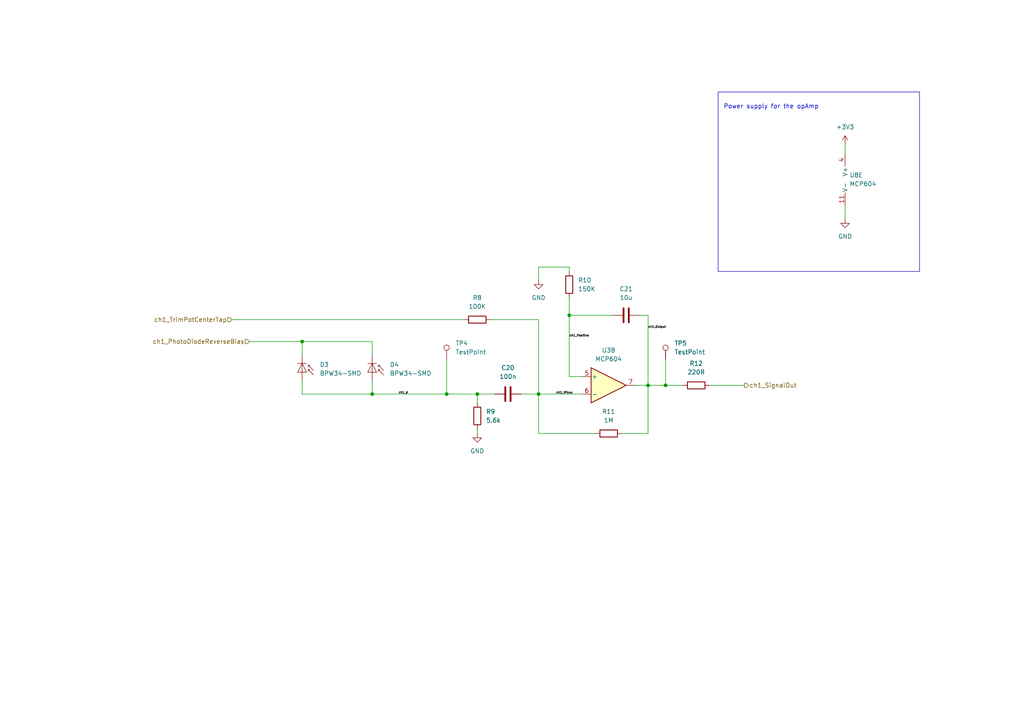
<source format=kicad_sch>
(kicad_sch (version 20230121) (generator eeschema)

  (uuid 57afbd04-11f7-49d9-9bd2-4a81263cc973)

  (paper "A4")

  (title_block
    (title "ElectronicBLETarget")
    (date "2024-02-03")
    (rev "1")
  )

  (lib_symbols
    (symbol "Amplifier_Operational:MCP604" (pin_names (offset 0.127)) (in_bom yes) (on_board yes)
      (property "Reference" "U" (at 0 5.08 0)
        (effects (font (size 1.27 1.27)) (justify left))
      )
      (property "Value" "MCP604" (at 0 -5.08 0)
        (effects (font (size 1.27 1.27)) (justify left))
      )
      (property "Footprint" "" (at -1.27 2.54 0)
        (effects (font (size 1.27 1.27)) hide)
      )
      (property "Datasheet" "http://ww1.microchip.com/downloads/en/DeviceDoc/21314g.pdf" (at 1.27 5.08 0)
        (effects (font (size 1.27 1.27)) hide)
      )
      (property "ki_locked" "" (at 0 0 0)
        (effects (font (size 1.27 1.27)))
      )
      (property "ki_keywords" "quad opamp" (at 0 0 0)
        (effects (font (size 1.27 1.27)) hide)
      )
      (property "ki_description" "Quad 2.7V to 6.0V Single Supply CMOS Op Amps, DIP-14/SOIC-14/TSSOP-14" (at 0 0 0)
        (effects (font (size 1.27 1.27)) hide)
      )
      (property "ki_fp_filters" "SOIC*3.9x8.7mm*P1.27mm* DIP*W7.62mm* TSSOP*4.4x5mm*P0.65mm* SSOP*5.3x6.2mm*P0.65mm* MSOP*3x3mm*P0.5mm*" (at 0 0 0)
        (effects (font (size 1.27 1.27)) hide)
      )
      (symbol "MCP604_1_1"
        (polyline
          (pts
            (xy -5.08 5.08)
            (xy 5.08 0)
            (xy -5.08 -5.08)
            (xy -5.08 5.08)
          )
          (stroke (width 0.254) (type default))
          (fill (type background))
        )
        (pin output line (at 7.62 0 180) (length 2.54)
          (name "~" (effects (font (size 1.27 1.27))))
          (number "1" (effects (font (size 1.27 1.27))))
        )
        (pin input line (at -7.62 -2.54 0) (length 2.54)
          (name "-" (effects (font (size 1.27 1.27))))
          (number "2" (effects (font (size 1.27 1.27))))
        )
        (pin input line (at -7.62 2.54 0) (length 2.54)
          (name "+" (effects (font (size 1.27 1.27))))
          (number "3" (effects (font (size 1.27 1.27))))
        )
      )
      (symbol "MCP604_2_1"
        (polyline
          (pts
            (xy -5.08 5.08)
            (xy 5.08 0)
            (xy -5.08 -5.08)
            (xy -5.08 5.08)
          )
          (stroke (width 0.254) (type default))
          (fill (type background))
        )
        (pin input line (at -7.62 2.54 0) (length 2.54)
          (name "+" (effects (font (size 1.27 1.27))))
          (number "5" (effects (font (size 1.27 1.27))))
        )
        (pin input line (at -7.62 -2.54 0) (length 2.54)
          (name "-" (effects (font (size 1.27 1.27))))
          (number "6" (effects (font (size 1.27 1.27))))
        )
        (pin output line (at 7.62 0 180) (length 2.54)
          (name "~" (effects (font (size 1.27 1.27))))
          (number "7" (effects (font (size 1.27 1.27))))
        )
      )
      (symbol "MCP604_3_1"
        (polyline
          (pts
            (xy -5.08 5.08)
            (xy 5.08 0)
            (xy -5.08 -5.08)
            (xy -5.08 5.08)
          )
          (stroke (width 0.254) (type default))
          (fill (type background))
        )
        (pin input line (at -7.62 2.54 0) (length 2.54)
          (name "+" (effects (font (size 1.27 1.27))))
          (number "10" (effects (font (size 1.27 1.27))))
        )
        (pin output line (at 7.62 0 180) (length 2.54)
          (name "~" (effects (font (size 1.27 1.27))))
          (number "8" (effects (font (size 1.27 1.27))))
        )
        (pin input line (at -7.62 -2.54 0) (length 2.54)
          (name "-" (effects (font (size 1.27 1.27))))
          (number "9" (effects (font (size 1.27 1.27))))
        )
      )
      (symbol "MCP604_4_1"
        (polyline
          (pts
            (xy -5.08 5.08)
            (xy 5.08 0)
            (xy -5.08 -5.08)
            (xy -5.08 5.08)
          )
          (stroke (width 0.254) (type default))
          (fill (type background))
        )
        (pin input line (at -7.62 2.54 0) (length 2.54)
          (name "+" (effects (font (size 1.27 1.27))))
          (number "12" (effects (font (size 1.27 1.27))))
        )
        (pin input line (at -7.62 -2.54 0) (length 2.54)
          (name "-" (effects (font (size 1.27 1.27))))
          (number "13" (effects (font (size 1.27 1.27))))
        )
        (pin output line (at 7.62 0 180) (length 2.54)
          (name "~" (effects (font (size 1.27 1.27))))
          (number "14" (effects (font (size 1.27 1.27))))
        )
      )
      (symbol "MCP604_5_1"
        (pin power_in line (at -2.54 -7.62 90) (length 3.81)
          (name "V-" (effects (font (size 1.27 1.27))))
          (number "11" (effects (font (size 1.27 1.27))))
        )
        (pin power_in line (at -2.54 7.62 270) (length 3.81)
          (name "V+" (effects (font (size 1.27 1.27))))
          (number "4" (effects (font (size 1.27 1.27))))
        )
      )
    )
    (symbol "Connector:TestPoint" (pin_numbers hide) (pin_names (offset 0.762) hide) (in_bom yes) (on_board yes)
      (property "Reference" "TP" (at 0 6.858 0)
        (effects (font (size 1.27 1.27)))
      )
      (property "Value" "TestPoint" (at 0 5.08 0)
        (effects (font (size 1.27 1.27)))
      )
      (property "Footprint" "" (at 5.08 0 0)
        (effects (font (size 1.27 1.27)) hide)
      )
      (property "Datasheet" "~" (at 5.08 0 0)
        (effects (font (size 1.27 1.27)) hide)
      )
      (property "ki_keywords" "test point tp" (at 0 0 0)
        (effects (font (size 1.27 1.27)) hide)
      )
      (property "ki_description" "test point" (at 0 0 0)
        (effects (font (size 1.27 1.27)) hide)
      )
      (property "ki_fp_filters" "Pin* Test*" (at 0 0 0)
        (effects (font (size 1.27 1.27)) hide)
      )
      (symbol "TestPoint_0_1"
        (circle (center 0 3.302) (radius 0.762)
          (stroke (width 0) (type default))
          (fill (type none))
        )
      )
      (symbol "TestPoint_1_1"
        (pin passive line (at 0 0 90) (length 2.54)
          (name "1" (effects (font (size 1.27 1.27))))
          (number "1" (effects (font (size 1.27 1.27))))
        )
      )
    )
    (symbol "Device:C" (pin_numbers hide) (pin_names (offset 0.254)) (in_bom yes) (on_board yes)
      (property "Reference" "C" (at 0.635 2.54 0)
        (effects (font (size 1.27 1.27)) (justify left))
      )
      (property "Value" "C" (at 0.635 -2.54 0)
        (effects (font (size 1.27 1.27)) (justify left))
      )
      (property "Footprint" "" (at 0.9652 -3.81 0)
        (effects (font (size 1.27 1.27)) hide)
      )
      (property "Datasheet" "~" (at 0 0 0)
        (effects (font (size 1.27 1.27)) hide)
      )
      (property "ki_keywords" "cap capacitor" (at 0 0 0)
        (effects (font (size 1.27 1.27)) hide)
      )
      (property "ki_description" "Unpolarized capacitor" (at 0 0 0)
        (effects (font (size 1.27 1.27)) hide)
      )
      (property "ki_fp_filters" "C_*" (at 0 0 0)
        (effects (font (size 1.27 1.27)) hide)
      )
      (symbol "C_0_1"
        (polyline
          (pts
            (xy -2.032 -0.762)
            (xy 2.032 -0.762)
          )
          (stroke (width 0.508) (type default))
          (fill (type none))
        )
        (polyline
          (pts
            (xy -2.032 0.762)
            (xy 2.032 0.762)
          )
          (stroke (width 0.508) (type default))
          (fill (type none))
        )
      )
      (symbol "C_1_1"
        (pin passive line (at 0 3.81 270) (length 2.794)
          (name "~" (effects (font (size 1.27 1.27))))
          (number "1" (effects (font (size 1.27 1.27))))
        )
        (pin passive line (at 0 -3.81 90) (length 2.794)
          (name "~" (effects (font (size 1.27 1.27))))
          (number "2" (effects (font (size 1.27 1.27))))
        )
      )
    )
    (symbol "Device:R" (pin_numbers hide) (pin_names (offset 0)) (in_bom yes) (on_board yes)
      (property "Reference" "R" (at 2.032 0 90)
        (effects (font (size 1.27 1.27)))
      )
      (property "Value" "R" (at 0 0 90)
        (effects (font (size 1.27 1.27)))
      )
      (property "Footprint" "" (at -1.778 0 90)
        (effects (font (size 1.27 1.27)) hide)
      )
      (property "Datasheet" "~" (at 0 0 0)
        (effects (font (size 1.27 1.27)) hide)
      )
      (property "ki_keywords" "R res resistor" (at 0 0 0)
        (effects (font (size 1.27 1.27)) hide)
      )
      (property "ki_description" "Resistor" (at 0 0 0)
        (effects (font (size 1.27 1.27)) hide)
      )
      (property "ki_fp_filters" "R_*" (at 0 0 0)
        (effects (font (size 1.27 1.27)) hide)
      )
      (symbol "R_0_1"
        (rectangle (start -1.016 -2.54) (end 1.016 2.54)
          (stroke (width 0.254) (type default))
          (fill (type none))
        )
      )
      (symbol "R_1_1"
        (pin passive line (at 0 3.81 270) (length 1.27)
          (name "~" (effects (font (size 1.27 1.27))))
          (number "1" (effects (font (size 1.27 1.27))))
        )
        (pin passive line (at 0 -3.81 90) (length 1.27)
          (name "~" (effects (font (size 1.27 1.27))))
          (number "2" (effects (font (size 1.27 1.27))))
        )
      )
    )
    (symbol "Sensor_Optical:BPW34-SMD" (pin_numbers hide) (pin_names (offset 1.016) hide) (in_bom yes) (on_board yes)
      (property "Reference" "D" (at 0.508 1.778 0)
        (effects (font (size 1.27 1.27)) (justify left))
      )
      (property "Value" "BPW34-SMD" (at -1.016 -2.794 0)
        (effects (font (size 1.27 1.27)))
      )
      (property "Footprint" "OptoDevice:Osram_BPW34S-SMD" (at 0 4.445 0)
        (effects (font (size 1.27 1.27)) hide)
      )
      (property "Datasheet" "https://dammedia.osram.info/media/resource/hires/osram-dam-5488319/BPW%2034%20S_EN.pdf" (at -1.27 0 0)
        (effects (font (size 1.27 1.27)) hide)
      )
      (property "ki_keywords" "opto photodiode" (at 0 0 0)
        (effects (font (size 1.27 1.27)) hide)
      )
      (property "ki_description" "Silicon PIN Photodiode, Area 2.65x2.65mm" (at 0 0 0)
        (effects (font (size 1.27 1.27)) hide)
      )
      (property "ki_fp_filters" "Osram*BPW34S*" (at 0 0 0)
        (effects (font (size 1.27 1.27)) hide)
      )
      (symbol "BPW34-SMD_0_1"
        (polyline
          (pts
            (xy -2.54 1.27)
            (xy -2.54 -1.27)
          )
          (stroke (width 0.1524) (type default))
          (fill (type none))
        )
        (polyline
          (pts
            (xy -2.032 1.778)
            (xy -1.524 1.778)
          )
          (stroke (width 0) (type default))
          (fill (type none))
        )
        (polyline
          (pts
            (xy 0 -1.27)
            (xy 0 1.27)
          )
          (stroke (width 0) (type default))
          (fill (type none))
        )
        (polyline
          (pts
            (xy 0 0)
            (xy -2.54 0)
          )
          (stroke (width 0) (type default))
          (fill (type none))
        )
        (polyline
          (pts
            (xy -0.508 3.302)
            (xy -2.032 1.778)
            (xy -2.032 2.286)
          )
          (stroke (width 0) (type default))
          (fill (type none))
        )
        (polyline
          (pts
            (xy 0 1.27)
            (xy -2.54 0)
            (xy 0 -1.27)
          )
          (stroke (width 0) (type default))
          (fill (type none))
        )
        (polyline
          (pts
            (xy 0.762 3.302)
            (xy -0.762 1.778)
            (xy -0.762 2.286)
            (xy -0.762 1.778)
            (xy -0.254 1.778)
          )
          (stroke (width 0) (type default))
          (fill (type none))
        )
      )
      (symbol "BPW34-SMD_1_1"
        (pin passive line (at -5.08 0 0) (length 2.54)
          (name "K" (effects (font (size 1.27 1.27))))
          (number "1" (effects (font (size 1.27 1.27))))
        )
        (pin passive line (at 2.54 0 180) (length 2.54)
          (name "A" (effects (font (size 1.27 1.27))))
          (number "2" (effects (font (size 1.27 1.27))))
        )
      )
    )
    (symbol "power:+3V3" (power) (pin_names (offset 0)) (in_bom yes) (on_board yes)
      (property "Reference" "#PWR" (at 0 -3.81 0)
        (effects (font (size 1.27 1.27)) hide)
      )
      (property "Value" "+3V3" (at 0 3.556 0)
        (effects (font (size 1.27 1.27)))
      )
      (property "Footprint" "" (at 0 0 0)
        (effects (font (size 1.27 1.27)) hide)
      )
      (property "Datasheet" "" (at 0 0 0)
        (effects (font (size 1.27 1.27)) hide)
      )
      (property "ki_keywords" "global power" (at 0 0 0)
        (effects (font (size 1.27 1.27)) hide)
      )
      (property "ki_description" "Power symbol creates a global label with name \"+3V3\"" (at 0 0 0)
        (effects (font (size 1.27 1.27)) hide)
      )
      (symbol "+3V3_0_1"
        (polyline
          (pts
            (xy -0.762 1.27)
            (xy 0 2.54)
          )
          (stroke (width 0) (type default))
          (fill (type none))
        )
        (polyline
          (pts
            (xy 0 0)
            (xy 0 2.54)
          )
          (stroke (width 0) (type default))
          (fill (type none))
        )
        (polyline
          (pts
            (xy 0 2.54)
            (xy 0.762 1.27)
          )
          (stroke (width 0) (type default))
          (fill (type none))
        )
      )
      (symbol "+3V3_1_1"
        (pin power_in line (at 0 0 90) (length 0) hide
          (name "+3V3" (effects (font (size 1.27 1.27))))
          (number "1" (effects (font (size 1.27 1.27))))
        )
      )
    )
    (symbol "power:GND" (power) (pin_names (offset 0)) (in_bom yes) (on_board yes)
      (property "Reference" "#PWR" (at 0 -6.35 0)
        (effects (font (size 1.27 1.27)) hide)
      )
      (property "Value" "GND" (at 0 -3.81 0)
        (effects (font (size 1.27 1.27)))
      )
      (property "Footprint" "" (at 0 0 0)
        (effects (font (size 1.27 1.27)) hide)
      )
      (property "Datasheet" "" (at 0 0 0)
        (effects (font (size 1.27 1.27)) hide)
      )
      (property "ki_keywords" "global power" (at 0 0 0)
        (effects (font (size 1.27 1.27)) hide)
      )
      (property "ki_description" "Power symbol creates a global label with name \"GND\" , ground" (at 0 0 0)
        (effects (font (size 1.27 1.27)) hide)
      )
      (symbol "GND_0_1"
        (polyline
          (pts
            (xy 0 0)
            (xy 0 -1.27)
            (xy 1.27 -1.27)
            (xy 0 -2.54)
            (xy -1.27 -1.27)
            (xy 0 -1.27)
          )
          (stroke (width 0) (type default))
          (fill (type none))
        )
      )
      (symbol "GND_1_1"
        (pin power_in line (at 0 0 270) (length 0) hide
          (name "GND" (effects (font (size 1.27 1.27))))
          (number "1" (effects (font (size 1.27 1.27))))
        )
      )
    )
  )

  (junction (at 193.04 111.76) (diameter 0) (color 0 0 0 0)
    (uuid 168f68ce-f833-412d-b0a9-8b2942886787)
  )
  (junction (at 87.63 99.06) (diameter 0) (color 0 0 0 0)
    (uuid 3f142e9e-76f6-4c9d-b522-550ff88ce012)
  )
  (junction (at 156.21 114.3) (diameter 0) (color 0 0 0 0)
    (uuid 3ff4578d-8392-49ed-af17-93446238274b)
  )
  (junction (at 129.54 114.3) (diameter 0) (color 0 0 0 0)
    (uuid 64db7052-6e4d-4d80-9b5d-3a29986dafb5)
  )
  (junction (at 107.95 114.3) (diameter 0) (color 0 0 0 0)
    (uuid 829a9335-a936-4626-8b2d-4227219a8072)
  )
  (junction (at 165.1 91.44) (diameter 0) (color 0 0 0 0)
    (uuid bb84ecaa-ca6f-4f4a-8478-cb5d52cfe351)
  )
  (junction (at 187.96 111.76) (diameter 0) (color 0 0 0 0)
    (uuid c8b1ccc0-ed66-47a7-9194-c20ff702b61b)
  )
  (junction (at 138.43 114.3) (diameter 0) (color 0 0 0 0)
    (uuid ebf01c13-a6b5-4224-803e-7d7fcc163cef)
  )

  (wire (pts (xy 87.63 110.49) (xy 87.63 114.3))
    (stroke (width 0) (type default))
    (uuid 042f531b-a75d-4cad-b81c-083ab1a9ada3)
  )
  (wire (pts (xy 165.1 91.44) (xy 165.1 86.36))
    (stroke (width 0) (type default))
    (uuid 14c5ef8e-7df6-4643-a095-78e9a07a6439)
  )
  (wire (pts (xy 165.1 77.47) (xy 156.21 77.47))
    (stroke (width 0) (type default))
    (uuid 2429d4c3-21ef-4c3d-9687-6618ea52c83b)
  )
  (wire (pts (xy 151.13 114.3) (xy 156.21 114.3))
    (stroke (width 0) (type default))
    (uuid 253ed868-8f8e-463d-8344-9af20d4cc503)
  )
  (wire (pts (xy 187.96 91.44) (xy 187.96 111.76))
    (stroke (width 0) (type default))
    (uuid 2e3c9804-54b7-4c59-ac54-a1aabb37c270)
  )
  (wire (pts (xy 107.95 114.3) (xy 107.95 110.49))
    (stroke (width 0) (type default))
    (uuid 35d11d72-20f4-4616-ac26-623f6b344d17)
  )
  (wire (pts (xy 168.91 109.22) (xy 165.1 109.22))
    (stroke (width 0) (type default))
    (uuid 35fc5f10-948b-45ca-9016-11e7da9e3977)
  )
  (wire (pts (xy 187.96 125.73) (xy 187.96 111.76))
    (stroke (width 0) (type default))
    (uuid 3ed4e1ec-3dce-40d1-9fb1-093baf2794be)
  )
  (wire (pts (xy 180.34 125.73) (xy 187.96 125.73))
    (stroke (width 0) (type default))
    (uuid 40899c11-5bc6-43e2-9788-9fb4c9de1883)
  )
  (wire (pts (xy 156.21 77.47) (xy 156.21 81.28))
    (stroke (width 0) (type default))
    (uuid 45f1ade6-fc75-4191-bb63-41165639b70e)
  )
  (wire (pts (xy 142.24 92.71) (xy 156.21 92.71))
    (stroke (width 0) (type default))
    (uuid 52388d09-b9d2-42ee-98ec-85206f5ae73a)
  )
  (wire (pts (xy 185.42 91.44) (xy 187.96 91.44))
    (stroke (width 0) (type default))
    (uuid 59a2a04a-0279-4617-95bb-5bd2afa90b81)
  )
  (wire (pts (xy 129.54 104.14) (xy 129.54 114.3))
    (stroke (width 0) (type default))
    (uuid 5ae08cad-3547-4254-be48-7aeb7f207547)
  )
  (wire (pts (xy 187.96 111.76) (xy 193.04 111.76))
    (stroke (width 0) (type default))
    (uuid 5b05fd37-6bb4-4a49-982d-7d9b254d9fc8)
  )
  (wire (pts (xy 165.1 91.44) (xy 177.8 91.44))
    (stroke (width 0) (type default))
    (uuid 5c134892-d5a8-44a8-934e-7b83b5316399)
  )
  (wire (pts (xy 193.04 104.14) (xy 193.04 111.76))
    (stroke (width 0) (type default))
    (uuid 61b67ec6-61a1-4ef4-9fff-f21711994153)
  )
  (wire (pts (xy 107.95 102.87) (xy 107.95 99.06))
    (stroke (width 0) (type default))
    (uuid 64e8998d-c822-4cf7-91e8-05381ef7c429)
  )
  (wire (pts (xy 245.11 59.69) (xy 245.11 63.5))
    (stroke (width 0) (type default))
    (uuid 7f8271ab-2db7-4b38-964f-9eef6aea854f)
  )
  (wire (pts (xy 165.1 77.47) (xy 165.1 78.74))
    (stroke (width 0) (type default))
    (uuid 7fb4b41e-19b8-4205-8c7a-a14b4d0d144b)
  )
  (wire (pts (xy 87.63 99.06) (xy 87.63 102.87))
    (stroke (width 0) (type default))
    (uuid 810e7312-0e4c-42d6-a05f-8b90e5a770b4)
  )
  (wire (pts (xy 156.21 114.3) (xy 156.21 125.73))
    (stroke (width 0) (type default))
    (uuid 978ddb50-e9b3-4d68-b17e-d8f25e4d319e)
  )
  (wire (pts (xy 67.31 92.71) (xy 134.62 92.71))
    (stroke (width 0) (type default))
    (uuid 98227e65-5fe1-4697-9104-0c48b2bb0fe8)
  )
  (wire (pts (xy 205.74 111.76) (xy 215.9 111.76))
    (stroke (width 0) (type default))
    (uuid 9a62ee8f-4c9f-4431-a6a8-c7a20882027c)
  )
  (wire (pts (xy 138.43 116.84) (xy 138.43 114.3))
    (stroke (width 0) (type default))
    (uuid 9b377a39-397e-4b19-9acb-69174bf591ce)
  )
  (wire (pts (xy 184.15 111.76) (xy 187.96 111.76))
    (stroke (width 0) (type default))
    (uuid 9cbd6828-17c4-4c1b-ab55-26c33a227822)
  )
  (wire (pts (xy 165.1 109.22) (xy 165.1 91.44))
    (stroke (width 0) (type default))
    (uuid a2388471-9a67-42ae-8ebf-5688de9b320e)
  )
  (wire (pts (xy 193.04 111.76) (xy 198.12 111.76))
    (stroke (width 0) (type default))
    (uuid aedea754-4aca-4b4e-8439-69e5abfa2e1f)
  )
  (wire (pts (xy 129.54 114.3) (xy 138.43 114.3))
    (stroke (width 0) (type default))
    (uuid b3581d2e-08f8-4051-b968-cf554fa3c34f)
  )
  (wire (pts (xy 72.39 99.06) (xy 87.63 99.06))
    (stroke (width 0) (type default))
    (uuid b617b100-80dd-46be-9754-40bf56a8c725)
  )
  (wire (pts (xy 172.72 125.73) (xy 156.21 125.73))
    (stroke (width 0) (type default))
    (uuid b88c226f-4c1c-41c5-bc47-9a9dc3f61543)
  )
  (wire (pts (xy 245.11 41.91) (xy 245.11 44.45))
    (stroke (width 0) (type default))
    (uuid c194b242-0898-44de-8dd3-401dd5229275)
  )
  (wire (pts (xy 87.63 114.3) (xy 107.95 114.3))
    (stroke (width 0) (type default))
    (uuid c52d5a2e-7531-406a-8cde-b7078d8a579d)
  )
  (wire (pts (xy 156.21 92.71) (xy 156.21 114.3))
    (stroke (width 0) (type default))
    (uuid d1433a73-7fbf-48df-b950-6b64f404ad2c)
  )
  (wire (pts (xy 87.63 99.06) (xy 107.95 99.06))
    (stroke (width 0) (type default))
    (uuid d2b7a7b3-976c-429d-a7ce-4037bcdf2069)
  )
  (wire (pts (xy 138.43 124.46) (xy 138.43 125.73))
    (stroke (width 0) (type default))
    (uuid d43e8e21-769d-4d6e-bf5d-f8270246cf5b)
  )
  (wire (pts (xy 129.54 114.3) (xy 107.95 114.3))
    (stroke (width 0) (type default))
    (uuid d6a393f2-8142-42fe-a6fc-f0596995ac7d)
  )
  (wire (pts (xy 138.43 114.3) (xy 143.51 114.3))
    (stroke (width 0) (type default))
    (uuid d940dcfc-fc34-4f7e-8d7c-e2a42bbcaea9)
  )
  (wire (pts (xy 168.91 114.3) (xy 156.21 114.3))
    (stroke (width 0) (type default))
    (uuid edbb41ef-5d27-421f-896e-033c8ae9c334)
  )

  (rectangle (start 208.28 26.67) (end 266.7 78.74)
    (stroke (width 0) (type default))
    (fill (type none))
    (uuid cfecf1c5-8341-47b7-bed1-b95f76696200)
  )

  (text "Power supply for the opAmp" (at 237.49 31.75 0)
    (effects (font (size 1.27 1.27)) (justify right bottom))
    (uuid 59c1de78-7a41-48b0-bf91-f317bf9003fd)
  )

  (label "ch1_d" (at 115.57 114.3 0) (fields_autoplaced)
    (effects (font (size 0.6 0.6)) (justify left bottom))
    (uuid 5c204bce-0735-4aaf-ac5f-17eeaf12c207)
  )
  (label "ch1_Minus" (at 161.29 114.3 0) (fields_autoplaced)
    (effects (font (size 0.6 0.6)) (justify left bottom))
    (uuid 9bf51c7b-dfe0-429d-8a09-f977d304996d)
  )
  (label "ch1_Output" (at 187.96 95.25 0) (fields_autoplaced)
    (effects (font (size 0.6 0.6)) (justify left bottom))
    (uuid af06484e-1732-4ce2-aab9-ab937db7ccf5)
  )
  (label "ch1_Positive" (at 165.1 97.79 0) (fields_autoplaced)
    (effects (font (size 0.6 0.6)) (justify left bottom))
    (uuid d394f412-a197-4ddf-989f-0853bce8cc07)
  )

  (hierarchical_label "ch1_TrimPotCenterTap" (shape input) (at 67.31 92.71 180) (fields_autoplaced)
    (effects (font (size 1.27 1.27)) (justify right))
    (uuid 3286cb99-3100-4195-b21b-4424834e4f66)
  )
  (hierarchical_label "ch1_PhotoDiodeReverseBias" (shape input) (at 72.39 99.06 180) (fields_autoplaced)
    (effects (font (size 1.27 1.27)) (justify right))
    (uuid 94bd6eee-6963-4e41-b1a5-6ff392573584)
  )
  (hierarchical_label "ch1_SignalOut" (shape output) (at 215.9 111.76 0) (fields_autoplaced)
    (effects (font (size 1.27 1.27)) (justify left))
    (uuid aa2e1fab-4215-4ce7-a733-0dc70bd77862)
  )

  (symbol (lib_id "power:GND") (at 156.21 81.28 0) (unit 1)
    (in_bom yes) (on_board yes) (dnp no) (fields_autoplaced)
    (uuid 0673f7f8-08fb-42b8-8731-41a3d391da1d)
    (property "Reference" "#PWR025" (at 156.21 87.63 0)
      (effects (font (size 1.27 1.27)) hide)
    )
    (property "Value" "GND" (at 156.21 86.36 0)
      (effects (font (size 1.27 1.27)))
    )
    (property "Footprint" "" (at 156.21 81.28 0)
      (effects (font (size 1.27 1.27)) hide)
    )
    (property "Datasheet" "" (at 156.21 81.28 0)
      (effects (font (size 1.27 1.27)) hide)
    )
    (pin "1" (uuid fa0d2373-914c-49cd-9d66-fb7cf63ee4c8))
    (instances
      (project "ElectronicBLETarget"
        (path "/e65ca263-7357-4fa8-aaf0-4e1b74459457/49f09594-2afc-4263-bfc0-820cce7c9974/7874cf2c-78dc-45f4-9ca5-22bdae47e0ea"
          (reference "#PWR025") (unit 1)
        )
        (path "/e65ca263-7357-4fa8-aaf0-4e1b74459457/49f09594-2afc-4263-bfc0-820cce7c9974/59fea44c-0a64-4f6c-b8f7-0535f389bda9"
          (reference "#PWR044") (unit 1)
        )
        (path "/e65ca263-7357-4fa8-aaf0-4e1b74459457/b544718d-3976-4b6d-b3e0-414d205a9f25/57deb258-c2eb-4d7b-a629-f6d226f99e21"
          (reference "#PWR054") (unit 1)
        )
      )
    )
  )

  (symbol (lib_id "Device:C") (at 147.32 114.3 90) (unit 1)
    (in_bom yes) (on_board yes) (dnp no) (fields_autoplaced)
    (uuid 098cc4bd-5a19-45b7-bb48-ba6f6d3c48fe)
    (property "Reference" "C20" (at 147.32 106.68 90)
      (effects (font (size 1.27 1.27)))
    )
    (property "Value" "100n" (at 147.32 109.22 90)
      (effects (font (size 1.27 1.27)))
    )
    (property "Footprint" "Capacitor_SMD:C_0402_1005Metric" (at 151.13 113.3348 0)
      (effects (font (size 1.27 1.27)) hide)
    )
    (property "Datasheet" "~" (at 147.32 114.3 0)
      (effects (font (size 1.27 1.27)) hide)
    )
    (property "Distributor" "https://www2.mouser.com/ProductDetail/KYOCERA-AVX/04023C104KAT2A?qs=nNezP%252BoerbAsgsxxIAjFOw%3D%3D" (at 147.32 114.3 0)
      (effects (font (size 1.27 1.27)) hide)
    )
    (property "Manufacturer" "KYOCERA AVX" (at 147.32 114.3 0)
      (effects (font (size 1.27 1.27)) hide)
    )
    (property "Manufacturer Part Number" "04023C104KAT2A" (at 147.32 114.3 0)
      (effects (font (size 1.27 1.27)) hide)
    )
    (pin "1" (uuid 52e00867-8720-4b02-9f78-43b38cb14aeb))
    (pin "2" (uuid af1c5dcc-c696-4437-8c86-0cec0ebd3260))
    (instances
      (project "ElectronicBLETarget"
        (path "/e65ca263-7357-4fa8-aaf0-4e1b74459457/49f09594-2afc-4263-bfc0-820cce7c9974/7874cf2c-78dc-45f4-9ca5-22bdae47e0ea"
          (reference "C20") (unit 1)
        )
        (path "/e65ca263-7357-4fa8-aaf0-4e1b74459457/49f09594-2afc-4263-bfc0-820cce7c9974/59fea44c-0a64-4f6c-b8f7-0535f389bda9"
          (reference "C23") (unit 1)
        )
        (path "/e65ca263-7357-4fa8-aaf0-4e1b74459457/b544718d-3976-4b6d-b3e0-414d205a9f25/57deb258-c2eb-4d7b-a629-f6d226f99e21"
          (reference "C31") (unit 1)
        )
      )
    )
  )

  (symbol (lib_id "Connector:TestPoint") (at 193.04 104.14 0) (unit 1)
    (in_bom yes) (on_board yes) (dnp no) (fields_autoplaced)
    (uuid 273a057d-b0d0-4ae2-934b-09dbe98dde23)
    (property "Reference" "TP5" (at 195.58 99.568 0)
      (effects (font (size 1.27 1.27)) (justify left))
    )
    (property "Value" "TestPoint" (at 195.58 102.108 0)
      (effects (font (size 1.27 1.27)) (justify left))
    )
    (property "Footprint" "TestPoint:TestPoint_Pad_D1.5mm" (at 198.12 104.14 0)
      (effects (font (size 1.27 1.27)) hide)
    )
    (property "Datasheet" "~" (at 198.12 104.14 0)
      (effects (font (size 1.27 1.27)) hide)
    )
    (property "Distributor" "" (at 193.04 104.14 0)
      (effects (font (size 1.27 1.27)) hide)
    )
    (property "Manufacturer" "" (at 193.04 104.14 0)
      (effects (font (size 1.27 1.27)) hide)
    )
    (property "Manufacturer Part Number" "" (at 193.04 104.14 0)
      (effects (font (size 1.27 1.27)) hide)
    )
    (pin "1" (uuid 68467e1e-c510-4a62-9c2b-86e2bbf79e43))
    (instances
      (project "ElectronicBLETarget"
        (path "/e65ca263-7357-4fa8-aaf0-4e1b74459457/49f09594-2afc-4263-bfc0-820cce7c9974/59fea44c-0a64-4f6c-b8f7-0535f389bda9"
          (reference "TP5") (unit 1)
        )
        (path "/e65ca263-7357-4fa8-aaf0-4e1b74459457/b544718d-3976-4b6d-b3e0-414d205a9f25/57deb258-c2eb-4d7b-a629-f6d226f99e21"
          (reference "TP13") (unit 1)
        )
      )
    )
  )

  (symbol (lib_id "power:GND") (at 245.11 63.5 0) (unit 1)
    (in_bom yes) (on_board yes) (dnp no) (fields_autoplaced)
    (uuid 2b6053c0-d054-4e1b-8fc5-ea9113090172)
    (property "Reference" "#PWR046" (at 245.11 69.85 0)
      (effects (font (size 1.27 1.27)) hide)
    )
    (property "Value" "GND" (at 245.11 68.58 0)
      (effects (font (size 1.27 1.27)))
    )
    (property "Footprint" "" (at 245.11 63.5 0)
      (effects (font (size 1.27 1.27)) hide)
    )
    (property "Datasheet" "" (at 245.11 63.5 0)
      (effects (font (size 1.27 1.27)) hide)
    )
    (pin "1" (uuid d7d72f8a-87c7-4882-9140-3bcf34cbf718))
    (instances
      (project "ElectronicBLETarget"
        (path "/e65ca263-7357-4fa8-aaf0-4e1b74459457/49f09594-2afc-4263-bfc0-820cce7c9974/59fea44c-0a64-4f6c-b8f7-0535f389bda9"
          (reference "#PWR046") (unit 1)
        )
        (path "/e65ca263-7357-4fa8-aaf0-4e1b74459457/b544718d-3976-4b6d-b3e0-414d205a9f25/57deb258-c2eb-4d7b-a629-f6d226f99e21"
          (reference "#PWR056") (unit 1)
        )
      )
    )
  )

  (symbol (lib_id "Device:R") (at 138.43 92.71 90) (unit 1)
    (in_bom yes) (on_board yes) (dnp no) (fields_autoplaced)
    (uuid 331f38c3-e2b6-4e64-b90d-d62570ce4868)
    (property "Reference" "R8" (at 138.43 86.36 90)
      (effects (font (size 1.27 1.27)))
    )
    (property "Value" "100K" (at 138.43 88.9 90)
      (effects (font (size 1.27 1.27)))
    )
    (property "Footprint" "Resistor_SMD:R_0402_1005Metric" (at 138.43 94.488 90)
      (effects (font (size 1.27 1.27)) hide)
    )
    (property "Datasheet" "~" (at 138.43 92.71 0)
      (effects (font (size 1.27 1.27)) hide)
    )
    (property "Distributor" "https://www2.mouser.com/ProductDetail/YAGEO/RC0402FR-07100KL?qs=mnq%2FyloZIXzTlUn7JAHSWg%3D%3D" (at 138.43 92.71 0)
      (effects (font (size 1.27 1.27)) hide)
    )
    (property "Manufacturer" "YAGEO" (at 138.43 92.71 0)
      (effects (font (size 1.27 1.27)) hide)
    )
    (property "Manufacturer Part Number" "RC0402FR-07100KL" (at 138.43 92.71 0)
      (effects (font (size 1.27 1.27)) hide)
    )
    (pin "1" (uuid 224dd3e1-a8c3-42c3-8934-00fd63864a9c))
    (pin "2" (uuid cb41928b-b0af-41ad-bbb8-ba3d98139ea3))
    (instances
      (project "ElectronicBLETarget"
        (path "/e65ca263-7357-4fa8-aaf0-4e1b74459457/49f09594-2afc-4263-bfc0-820cce7c9974/7874cf2c-78dc-45f4-9ca5-22bdae47e0ea"
          (reference "R8") (unit 1)
        )
        (path "/e65ca263-7357-4fa8-aaf0-4e1b74459457/49f09594-2afc-4263-bfc0-820cce7c9974/59fea44c-0a64-4f6c-b8f7-0535f389bda9"
          (reference "R16") (unit 1)
        )
        (path "/e65ca263-7357-4fa8-aaf0-4e1b74459457/b544718d-3976-4b6d-b3e0-414d205a9f25/57deb258-c2eb-4d7b-a629-f6d226f99e21"
          (reference "R36") (unit 1)
        )
      )
    )
  )

  (symbol (lib_id "Device:R") (at 138.43 120.65 0) (unit 1)
    (in_bom yes) (on_board yes) (dnp no) (fields_autoplaced)
    (uuid 34378ce0-b3e9-4388-8efa-a6d05b9cf8b4)
    (property "Reference" "R9" (at 140.97 119.38 0)
      (effects (font (size 1.27 1.27)) (justify left))
    )
    (property "Value" "5.6k" (at 140.97 121.92 0)
      (effects (font (size 1.27 1.27)) (justify left))
    )
    (property "Footprint" "Resistor_SMD:R_0402_1005Metric" (at 136.652 120.65 90)
      (effects (font (size 1.27 1.27)) hide)
    )
    (property "Datasheet" "~" (at 138.43 120.65 0)
      (effects (font (size 1.27 1.27)) hide)
    )
    (property "Distributor" "https://www2.mouser.com/ProductDetail/YAGEO/RC0402FR-075K6P?qs=qpJ%252B%252B%252Bdg6p30gsyyATH7TQ%3D%3D" (at 138.43 120.65 0)
      (effects (font (size 1.27 1.27)) hide)
    )
    (property "Manufacturer" "YAGEO" (at 138.43 120.65 0)
      (effects (font (size 1.27 1.27)) hide)
    )
    (property "Manufacturer Part Number" "RC0402FR-075K6P" (at 138.43 120.65 0)
      (effects (font (size 1.27 1.27)) hide)
    )
    (pin "1" (uuid a79defb1-54c6-47b5-83c8-03742f4bd6b8))
    (pin "2" (uuid 7b9c4d13-6ffa-49ed-a587-38db151934b8))
    (instances
      (project "ElectronicBLETarget"
        (path "/e65ca263-7357-4fa8-aaf0-4e1b74459457/49f09594-2afc-4263-bfc0-820cce7c9974/7874cf2c-78dc-45f4-9ca5-22bdae47e0ea"
          (reference "R9") (unit 1)
        )
        (path "/e65ca263-7357-4fa8-aaf0-4e1b74459457/49f09594-2afc-4263-bfc0-820cce7c9974/59fea44c-0a64-4f6c-b8f7-0535f389bda9"
          (reference "R17") (unit 1)
        )
        (path "/e65ca263-7357-4fa8-aaf0-4e1b74459457/b544718d-3976-4b6d-b3e0-414d205a9f25/57deb258-c2eb-4d7b-a629-f6d226f99e21"
          (reference "R37") (unit 1)
        )
      )
    )
  )

  (symbol (lib_id "Sensor_Optical:BPW34-SMD") (at 87.63 107.95 270) (unit 1)
    (in_bom yes) (on_board yes) (dnp no)
    (uuid 354c6750-ba6e-40d8-b30f-18cb7ec97c54)
    (property "Reference" "D3" (at 92.71 105.7529 90)
      (effects (font (size 1.27 1.27)) (justify left))
    )
    (property "Value" "BPW34-SMD" (at 92.71 108.2929 90)
      (effects (font (size 1.27 1.27)) (justify left))
    )
    (property "Footprint" "ElectronicBLETarget_PCBFootprints:Osram_BPW34S-SMD" (at 92.075 107.95 0)
      (effects (font (size 1.27 1.27)) hide)
    )
    (property "Datasheet" "https://dammedia.osram.info/media/resource/hires/osram-dam-5488319/BPW%2034%20S_EN.pdf" (at 87.63 106.68 0)
      (effects (font (size 1.27 1.27)) hide)
    )
    (property "Distributor" "https://www2.mouser.com/ProductDetail/ams-OSRAM/BPW-34-S?qs=vLWxofP3U2zVT0CDmWwS1A%3D%3D" (at 87.63 107.95 0)
      (effects (font (size 1.27 1.27)) hide)
    )
    (property "Manufacturer" "ams OSRAM" (at 87.63 107.95 0)
      (effects (font (size 1.27 1.27)) hide)
    )
    (property "Manufacturer Part Number" "BPW 34 S" (at 87.63 107.95 0)
      (effects (font (size 1.27 1.27)) hide)
    )
    (pin "1" (uuid 84bb59db-be1f-42ea-817e-ba48ef70cdb2))
    (pin "2" (uuid bf7e812f-8b71-4348-a89c-163213c6f834))
    (instances
      (project "ElectronicBLETarget"
        (path "/e65ca263-7357-4fa8-aaf0-4e1b74459457/49f09594-2afc-4263-bfc0-820cce7c9974/7874cf2c-78dc-45f4-9ca5-22bdae47e0ea"
          (reference "D3") (unit 1)
        )
        (path "/e65ca263-7357-4fa8-aaf0-4e1b74459457/49f09594-2afc-4263-bfc0-820cce7c9974/59fea44c-0a64-4f6c-b8f7-0535f389bda9"
          (reference "D2") (unit 1)
        )
        (path "/e65ca263-7357-4fa8-aaf0-4e1b74459457/b544718d-3976-4b6d-b3e0-414d205a9f25/57deb258-c2eb-4d7b-a629-f6d226f99e21"
          (reference "D10") (unit 1)
        )
      )
    )
  )

  (symbol (lib_id "power:GND") (at 138.43 125.73 0) (unit 1)
    (in_bom yes) (on_board yes) (dnp no) (fields_autoplaced)
    (uuid 65ae668b-6968-4b4b-8645-e2a4d9074b2d)
    (property "Reference" "#PWR024" (at 138.43 132.08 0)
      (effects (font (size 1.27 1.27)) hide)
    )
    (property "Value" "GND" (at 138.43 130.81 0)
      (effects (font (size 1.27 1.27)))
    )
    (property "Footprint" "" (at 138.43 125.73 0)
      (effects (font (size 1.27 1.27)) hide)
    )
    (property "Datasheet" "" (at 138.43 125.73 0)
      (effects (font (size 1.27 1.27)) hide)
    )
    (pin "1" (uuid f9dde50a-bea0-480b-a7f8-d82b2a984eac))
    (instances
      (project "ElectronicBLETarget"
        (path "/e65ca263-7357-4fa8-aaf0-4e1b74459457/49f09594-2afc-4263-bfc0-820cce7c9974/7874cf2c-78dc-45f4-9ca5-22bdae47e0ea"
          (reference "#PWR024") (unit 1)
        )
        (path "/e65ca263-7357-4fa8-aaf0-4e1b74459457/49f09594-2afc-4263-bfc0-820cce7c9974/59fea44c-0a64-4f6c-b8f7-0535f389bda9"
          (reference "#PWR043") (unit 1)
        )
        (path "/e65ca263-7357-4fa8-aaf0-4e1b74459457/b544718d-3976-4b6d-b3e0-414d205a9f25/57deb258-c2eb-4d7b-a629-f6d226f99e21"
          (reference "#PWR053") (unit 1)
        )
      )
    )
  )

  (symbol (lib_id "power:+3V3") (at 245.11 41.91 0) (unit 1)
    (in_bom yes) (on_board yes) (dnp no) (fields_autoplaced)
    (uuid 703b39f9-5b8f-455a-8ab2-4e54633ce484)
    (property "Reference" "#PWR045" (at 245.11 45.72 0)
      (effects (font (size 1.27 1.27)) hide)
    )
    (property "Value" "+3V3" (at 245.11 36.83 0)
      (effects (font (size 1.27 1.27)))
    )
    (property "Footprint" "" (at 245.11 41.91 0)
      (effects (font (size 1.27 1.27)) hide)
    )
    (property "Datasheet" "" (at 245.11 41.91 0)
      (effects (font (size 1.27 1.27)) hide)
    )
    (pin "1" (uuid 969f429d-56a3-4ed5-b080-f946234c5eca))
    (instances
      (project "ElectronicBLETarget"
        (path "/e65ca263-7357-4fa8-aaf0-4e1b74459457/49f09594-2afc-4263-bfc0-820cce7c9974/59fea44c-0a64-4f6c-b8f7-0535f389bda9"
          (reference "#PWR045") (unit 1)
        )
        (path "/e65ca263-7357-4fa8-aaf0-4e1b74459457/b544718d-3976-4b6d-b3e0-414d205a9f25/57deb258-c2eb-4d7b-a629-f6d226f99e21"
          (reference "#PWR055") (unit 1)
        )
      )
    )
  )

  (symbol (lib_id "Device:R") (at 165.1 82.55 0) (unit 1)
    (in_bom yes) (on_board yes) (dnp no) (fields_autoplaced)
    (uuid 8265328f-fa29-4ae1-8efa-487fcefa6bae)
    (property "Reference" "R10" (at 167.64 81.28 0)
      (effects (font (size 1.27 1.27)) (justify left))
    )
    (property "Value" "150K" (at 167.64 83.82 0)
      (effects (font (size 1.27 1.27)) (justify left))
    )
    (property "Footprint" "Resistor_SMD:R_0402_1005Metric" (at 163.322 82.55 90)
      (effects (font (size 1.27 1.27)) hide)
    )
    (property "Datasheet" "~" (at 165.1 82.55 0)
      (effects (font (size 1.27 1.27)) hide)
    )
    (property "Distributor" "https://www2.mouser.com/ProductDetail/YAGEO/RC0402FR-07150KL?qs=UOUeRUa%252B8Wn3KcUL8sT7JA%3D%3D" (at 165.1 82.55 0)
      (effects (font (size 1.27 1.27)) hide)
    )
    (property "Manufacturer" "YAEGO" (at 165.1 82.55 0)
      (effects (font (size 1.27 1.27)) hide)
    )
    (property "Manufacturer Part Number" "RC0402FR-07150KL" (at 165.1 82.55 0)
      (effects (font (size 1.27 1.27)) hide)
    )
    (pin "1" (uuid 53032530-ae5d-4eb8-aec7-1c0e57902578))
    (pin "2" (uuid 5ee70f73-44af-4b04-87d5-3fc13f559437))
    (instances
      (project "ElectronicBLETarget"
        (path "/e65ca263-7357-4fa8-aaf0-4e1b74459457/49f09594-2afc-4263-bfc0-820cce7c9974/7874cf2c-78dc-45f4-9ca5-22bdae47e0ea"
          (reference "R10") (unit 1)
        )
        (path "/e65ca263-7357-4fa8-aaf0-4e1b74459457/49f09594-2afc-4263-bfc0-820cce7c9974/59fea44c-0a64-4f6c-b8f7-0535f389bda9"
          (reference "R18") (unit 1)
        )
        (path "/e65ca263-7357-4fa8-aaf0-4e1b74459457/b544718d-3976-4b6d-b3e0-414d205a9f25/57deb258-c2eb-4d7b-a629-f6d226f99e21"
          (reference "R38") (unit 1)
        )
      )
    )
  )

  (symbol (lib_id "Amplifier_Operational:MCP604") (at 176.53 111.76 0) (unit 2)
    (in_bom yes) (on_board yes) (dnp no) (fields_autoplaced)
    (uuid 8ee5a5e0-2a16-4997-a23b-64460086f3cc)
    (property "Reference" "U3" (at 176.53 101.6 0)
      (effects (font (size 1.27 1.27)))
    )
    (property "Value" "MCP604" (at 176.53 104.14 0)
      (effects (font (size 1.27 1.27)))
    )
    (property "Footprint" "ElectronicBLETarget_PCBFootprints:SOIC-14_3.9x8.7mm_P1.27mm" (at 175.26 109.22 0)
      (effects (font (size 1.27 1.27)) hide)
    )
    (property "Datasheet" "https://www2.mouser.com/datasheet/2/268/21669D-1180278.pdf" (at 177.8 106.68 0)
      (effects (font (size 1.27 1.27)) hide)
    )
    (property "Distributor" "https://www2.mouser.com/ProductDetail/Microchip-Technology/MCP6044-I-SL?qs=Yx6ahBY6%252BSBWFG0wBCI4%2FA%3D%3D&_gl=1*oc0vmt*_ga*NDY3NDU2NzcuMTcwNTQ5MzI1Mg..*_ga_15W4STQT4T*MTcxMjQxNzM2Ni45LjEuMTcxMjQxNzg0NC44LjAuMA..*_ga_1KQLCYKRX3*MTcxMDc3NDc1NS4zLjAuMTcxMDc3NDc1OC4wLjAuMA.." (at 176.53 111.76 0)
      (effects (font (size 1.27 1.27)) hide)
    )
    (property "Manufacturer" "Microchip Technology" (at 176.53 111.76 0)
      (effects (font (size 1.27 1.27)) hide)
    )
    (property "Manufacturer Part Number" "MCP6044-I/SL" (at 176.53 111.76 0)
      (effects (font (size 1.27 1.27)) hide)
    )
    (pin "7" (uuid 7a81f82c-6d5a-40d0-87ca-b0db901379bb))
    (pin "3" (uuid 5933bafd-f35f-49fe-a3fe-f5fd4293a0de))
    (pin "4" (uuid ecb57a54-d318-485e-9759-06c8cc7f1b63))
    (pin "2" (uuid 91608189-07f4-43b2-ac65-2c92f40a2c2a))
    (pin "14" (uuid 64482b34-8f6f-410d-8bb1-63bf4abcffc6))
    (pin "10" (uuid c474b51b-d21f-474d-ab85-f8565aece012))
    (pin "12" (uuid 22197ab0-7db6-471f-836b-cf53764e8588))
    (pin "13" (uuid ba4c27d9-a29f-4329-967b-da694094f84f))
    (pin "6" (uuid e569b10d-d541-45ce-9d58-60f952aa2b36))
    (pin "5" (uuid 27f90559-cac7-4d3f-9f59-642e3ae8bd79))
    (pin "9" (uuid b471a340-ba6c-4792-b125-c7897980b13c))
    (pin "1" (uuid f5492a77-1657-4c27-9b24-89abd4e51512))
    (pin "8" (uuid 6621f91b-b020-4242-83fd-8f49fd5885ec))
    (pin "11" (uuid 958f1c67-41a5-406f-985e-c31c8db2bc0c))
    (instances
      (project "ElectronicBLETarget"
        (path "/e65ca263-7357-4fa8-aaf0-4e1b74459457/49f09594-2afc-4263-bfc0-820cce7c9974/7874cf2c-78dc-45f4-9ca5-22bdae47e0ea"
          (reference "U3") (unit 2)
        )
        (path "/e65ca263-7357-4fa8-aaf0-4e1b74459457/49f09594-2afc-4263-bfc0-820cce7c9974/59fea44c-0a64-4f6c-b8f7-0535f389bda9"
          (reference "U8") (unit 1)
        )
        (path "/e65ca263-7357-4fa8-aaf0-4e1b74459457/b544718d-3976-4b6d-b3e0-414d205a9f25/57deb258-c2eb-4d7b-a629-f6d226f99e21"
          (reference "U9") (unit 1)
        )
      )
    )
  )

  (symbol (lib_id "Device:R") (at 201.93 111.76 270) (unit 1)
    (in_bom yes) (on_board yes) (dnp no) (fields_autoplaced)
    (uuid 910415f2-f4a1-452c-8a98-299e5ff36a2d)
    (property "Reference" "R12" (at 201.93 105.41 90)
      (effects (font (size 1.27 1.27)))
    )
    (property "Value" "220R" (at 201.93 107.95 90)
      (effects (font (size 1.27 1.27)))
    )
    (property "Footprint" "Resistor_SMD:R_0402_1005Metric" (at 201.93 109.982 90)
      (effects (font (size 1.27 1.27)) hide)
    )
    (property "Datasheet" "~" (at 201.93 111.76 0)
      (effects (font (size 1.27 1.27)) hide)
    )
    (property "Distributor" "https://www2.mouser.com/ProductDetail/YAGEO/RC0402FR-07221RL?qs=YDy31nmf64y04UoKIvC83Q%3D%3D" (at 201.93 111.76 0)
      (effects (font (size 1.27 1.27)) hide)
    )
    (property "Manufacturer" "YAGEO" (at 201.93 111.76 0)
      (effects (font (size 1.27 1.27)) hide)
    )
    (property "Manufacturer Part Number" "RC0402FR-07221RL" (at 201.93 111.76 0)
      (effects (font (size 1.27 1.27)) hide)
    )
    (pin "2" (uuid 9dd66cc3-6c39-47f1-98e8-d8ca1cd10903))
    (pin "1" (uuid 1b1fe0f6-af88-44ac-b827-b7a34b8f0fe5))
    (instances
      (project "ElectronicBLETarget"
        (path "/e65ca263-7357-4fa8-aaf0-4e1b74459457/49f09594-2afc-4263-bfc0-820cce7c9974/7874cf2c-78dc-45f4-9ca5-22bdae47e0ea"
          (reference "R12") (unit 1)
        )
        (path "/e65ca263-7357-4fa8-aaf0-4e1b74459457/49f09594-2afc-4263-bfc0-820cce7c9974/59fea44c-0a64-4f6c-b8f7-0535f389bda9"
          (reference "R20") (unit 1)
        )
        (path "/e65ca263-7357-4fa8-aaf0-4e1b74459457/b544718d-3976-4b6d-b3e0-414d205a9f25/57deb258-c2eb-4d7b-a629-f6d226f99e21"
          (reference "R40") (unit 1)
        )
      )
    )
  )

  (symbol (lib_id "Device:C") (at 181.61 91.44 90) (unit 1)
    (in_bom yes) (on_board yes) (dnp no) (fields_autoplaced)
    (uuid 93c1a973-e3f6-4ac5-be48-e41c38c00857)
    (property "Reference" "C21" (at 181.61 83.82 90)
      (effects (font (size 1.27 1.27)))
    )
    (property "Value" "10u" (at 181.61 86.36 90)
      (effects (font (size 1.27 1.27)))
    )
    (property "Footprint" "Capacitor_SMD:C_0603_1608Metric" (at 185.42 90.4748 0)
      (effects (font (size 1.27 1.27)) hide)
    )
    (property "Datasheet" "~" (at 181.61 91.44 0)
      (effects (font (size 1.27 1.27)) hide)
    )
    (property "Distributor" "https://www2.mouser.com/ProductDetail/Murata-Electronics/GRT188R61A106KE13D?qs=drgMNd%252BkGPNPX%2FZOd6cIlg%3D%3D" (at 181.61 91.44 0)
      (effects (font (size 1.27 1.27)) hide)
    )
    (property "Manufacturer" "Murata Electronics" (at 181.61 91.44 0)
      (effects (font (size 1.27 1.27)) hide)
    )
    (property "Manufacturer Part Number" "GRT188R61A106KE13D" (at 181.61 91.44 0)
      (effects (font (size 1.27 1.27)) hide)
    )
    (pin "2" (uuid d7b6c3ab-4c24-40e1-9344-81ee8c0ce6ea))
    (pin "1" (uuid cbc036ce-312f-4e3c-8fb7-a356f3604b5a))
    (instances
      (project "ElectronicBLETarget"
        (path "/e65ca263-7357-4fa8-aaf0-4e1b74459457/49f09594-2afc-4263-bfc0-820cce7c9974/7874cf2c-78dc-45f4-9ca5-22bdae47e0ea"
          (reference "C21") (unit 1)
        )
        (path "/e65ca263-7357-4fa8-aaf0-4e1b74459457/49f09594-2afc-4263-bfc0-820cce7c9974/59fea44c-0a64-4f6c-b8f7-0535f389bda9"
          (reference "C24") (unit 1)
        )
        (path "/e65ca263-7357-4fa8-aaf0-4e1b74459457/b544718d-3976-4b6d-b3e0-414d205a9f25/57deb258-c2eb-4d7b-a629-f6d226f99e21"
          (reference "C32") (unit 1)
        )
      )
    )
  )

  (symbol (lib_id "Connector:TestPoint") (at 129.54 104.14 0) (unit 1)
    (in_bom yes) (on_board yes) (dnp no) (fields_autoplaced)
    (uuid c200b13c-1929-49dc-b616-9a088f93b102)
    (property "Reference" "TP4" (at 132.08 99.568 0)
      (effects (font (size 1.27 1.27)) (justify left))
    )
    (property "Value" "TestPoint" (at 132.08 102.108 0)
      (effects (font (size 1.27 1.27)) (justify left))
    )
    (property "Footprint" "TestPoint:TestPoint_Pad_D1.5mm" (at 134.62 104.14 0)
      (effects (font (size 1.27 1.27)) hide)
    )
    (property "Datasheet" "~" (at 134.62 104.14 0)
      (effects (font (size 1.27 1.27)) hide)
    )
    (property "Distributor" "" (at 129.54 104.14 0)
      (effects (font (size 1.27 1.27)) hide)
    )
    (property "Manufacturer" "" (at 129.54 104.14 0)
      (effects (font (size 1.27 1.27)) hide)
    )
    (property "Manufacturer Part Number" "" (at 129.54 104.14 0)
      (effects (font (size 1.27 1.27)) hide)
    )
    (pin "1" (uuid 5de60525-26a8-4c85-97cb-9d1131d011c2))
    (instances
      (project "ElectronicBLETarget"
        (path "/e65ca263-7357-4fa8-aaf0-4e1b74459457/49f09594-2afc-4263-bfc0-820cce7c9974/59fea44c-0a64-4f6c-b8f7-0535f389bda9"
          (reference "TP4") (unit 1)
        )
        (path "/e65ca263-7357-4fa8-aaf0-4e1b74459457/b544718d-3976-4b6d-b3e0-414d205a9f25/57deb258-c2eb-4d7b-a629-f6d226f99e21"
          (reference "TP12") (unit 1)
        )
      )
    )
  )

  (symbol (lib_id "Device:R") (at 176.53 125.73 90) (unit 1)
    (in_bom yes) (on_board yes) (dnp no) (fields_autoplaced)
    (uuid c4b672cb-a72d-4a0b-ac9f-510156618052)
    (property "Reference" "R11" (at 176.53 119.38 90)
      (effects (font (size 1.27 1.27)))
    )
    (property "Value" "1M" (at 176.53 121.92 90)
      (effects (font (size 1.27 1.27)))
    )
    (property "Footprint" "Resistor_SMD:R_0402_1005Metric" (at 176.53 127.508 90)
      (effects (font (size 1.27 1.27)) hide)
    )
    (property "Datasheet" "~" (at 176.53 125.73 0)
      (effects (font (size 1.27 1.27)) hide)
    )
    (property "Distributor" "https://www2.mouser.com/ProductDetail/YAGEO/RC0402FR-071MP?qs=qpJ%252B%252B%252Bdg6p3ZHXW8hUlwzA%3D%3D" (at 176.53 125.73 0)
      (effects (font (size 1.27 1.27)) hide)
    )
    (property "Manufacturer" "YAEGO" (at 176.53 125.73 0)
      (effects (font (size 1.27 1.27)) hide)
    )
    (property "Manufacturer Part Number" "RC0402FR-071MP" (at 176.53 125.73 0)
      (effects (font (size 1.27 1.27)) hide)
    )
    (pin "2" (uuid ab2ec67f-68c3-4682-810d-2499eb84ebd4))
    (pin "1" (uuid 7417f8fc-9cb7-44cb-a686-321c757ba03a))
    (instances
      (project "ElectronicBLETarget"
        (path "/e65ca263-7357-4fa8-aaf0-4e1b74459457/49f09594-2afc-4263-bfc0-820cce7c9974/7874cf2c-78dc-45f4-9ca5-22bdae47e0ea"
          (reference "R11") (unit 1)
        )
        (path "/e65ca263-7357-4fa8-aaf0-4e1b74459457/49f09594-2afc-4263-bfc0-820cce7c9974/59fea44c-0a64-4f6c-b8f7-0535f389bda9"
          (reference "R19") (unit 1)
        )
        (path "/e65ca263-7357-4fa8-aaf0-4e1b74459457/b544718d-3976-4b6d-b3e0-414d205a9f25/57deb258-c2eb-4d7b-a629-f6d226f99e21"
          (reference "R39") (unit 1)
        )
      )
    )
  )

  (symbol (lib_id "Sensor_Optical:BPW34-SMD") (at 107.95 107.95 270) (unit 1)
    (in_bom yes) (on_board yes) (dnp no) (fields_autoplaced)
    (uuid c7dd0391-e28f-4f2a-8997-d0b0e8255641)
    (property "Reference" "D4" (at 113.03 105.7529 90)
      (effects (font (size 1.27 1.27)) (justify left))
    )
    (property "Value" "BPW34-SMD" (at 113.03 108.2929 90)
      (effects (font (size 1.27 1.27)) (justify left))
    )
    (property "Footprint" "ElectronicBLETarget_PCBFootprints:Osram_BPW34S-SMD" (at 112.395 107.95 0)
      (effects (font (size 1.27 1.27)) hide)
    )
    (property "Datasheet" "https://dammedia.osram.info/media/resource/hires/osram-dam-5488319/BPW%2034%20S_EN.pdf" (at 107.95 106.68 0)
      (effects (font (size 1.27 1.27)) hide)
    )
    (property "Distributor" "https://www2.mouser.com/ProductDetail/ams-OSRAM/BPW-34-S?qs=vLWxofP3U2zVT0CDmWwS1A%3D%3D" (at 107.95 107.95 0)
      (effects (font (size 1.27 1.27)) hide)
    )
    (property "Manufacturer" "ams OSRAM" (at 107.95 107.95 0)
      (effects (font (size 1.27 1.27)) hide)
    )
    (property "Manufacturer Part Number" "BPW 34 S" (at 107.95 107.95 0)
      (effects (font (size 1.27 1.27)) hide)
    )
    (pin "1" (uuid d12b8fa6-5838-4e0c-bbb5-9179cc02c128))
    (pin "2" (uuid d399d6fe-405d-4f93-8f93-5e1f1a87f9d5))
    (instances
      (project "ElectronicBLETarget"
        (path "/e65ca263-7357-4fa8-aaf0-4e1b74459457/49f09594-2afc-4263-bfc0-820cce7c9974/7874cf2c-78dc-45f4-9ca5-22bdae47e0ea"
          (reference "D4") (unit 1)
        )
        (path "/e65ca263-7357-4fa8-aaf0-4e1b74459457/49f09594-2afc-4263-bfc0-820cce7c9974/59fea44c-0a64-4f6c-b8f7-0535f389bda9"
          (reference "D3") (unit 1)
        )
        (path "/e65ca263-7357-4fa8-aaf0-4e1b74459457/b544718d-3976-4b6d-b3e0-414d205a9f25/57deb258-c2eb-4d7b-a629-f6d226f99e21"
          (reference "D11") (unit 1)
        )
      )
    )
  )

  (symbol (lib_id "Amplifier_Operational:MCP604") (at 247.65 52.07 0) (unit 5)
    (in_bom yes) (on_board yes) (dnp no) (fields_autoplaced)
    (uuid f144a7ce-4b7b-4b83-8fe0-0580bdd6cb92)
    (property "Reference" "U8" (at 246.38 50.8 0)
      (effects (font (size 1.27 1.27)) (justify left))
    )
    (property "Value" "MCP604" (at 246.38 53.34 0)
      (effects (font (size 1.27 1.27)) (justify left))
    )
    (property "Footprint" "ElectronicBLETarget_PCBFootprints:SOIC-14_3.9x8.7mm_P1.27mm" (at 246.38 49.53 0)
      (effects (font (size 1.27 1.27)) hide)
    )
    (property "Datasheet" "https://www2.mouser.com/datasheet/2/268/21669D-1180278.pdf" (at 248.92 46.99 0)
      (effects (font (size 1.27 1.27)) hide)
    )
    (property "Distributor" "https://www2.mouser.com/ProductDetail/Microchip-Technology/MCP6044-I-SL?qs=Yx6ahBY6%252BSBWFG0wBCI4%2FA%3D%3D&_gl=1*oc0vmt*_ga*NDY3NDU2NzcuMTcwNTQ5MzI1Mg..*_ga_15W4STQT4T*MTcxMjQxNzM2Ni45LjEuMTcxMjQxNzg0NC44LjAuMA..*_ga_1KQLCYKRX3*MTcxMDc3NDc1NS4zLjAuMTcxMDc3NDc1OC4wLjAuMA.." (at 247.65 52.07 0)
      (effects (font (size 1.27 1.27)) hide)
    )
    (property "Manufacturer" "Microchip Technology" (at 247.65 52.07 0)
      (effects (font (size 1.27 1.27)) hide)
    )
    (property "Manufacturer Part Number" "MCP6044-I/SL" (at 247.65 52.07 0)
      (effects (font (size 1.27 1.27)) hide)
    )
    (pin "7" (uuid e4a614bd-b036-4598-9b89-7ee8cc428e83))
    (pin "3" (uuid cf41a630-f644-4e35-9f2e-bbf7af9a970b))
    (pin "8" (uuid ab933886-61ee-40b9-b304-fb90d95fcdf3))
    (pin "6" (uuid 36044541-e073-4623-821f-7522cf91b6fe))
    (pin "5" (uuid 1a570812-4951-4d16-b143-388d3a53ff96))
    (pin "9" (uuid 491b892b-7080-4a90-867c-92e1c92381cc))
    (pin "2" (uuid 3b40e928-2d52-46f6-bd20-ace4762b2e5a))
    (pin "10" (uuid f070c4a0-bf90-467a-a9d7-49752368f34e))
    (pin "14" (uuid b1723c2c-924c-4f76-a534-2cf543e99d6a))
    (pin "13" (uuid 6814f7a9-2be9-481c-a55a-09914fce8913))
    (pin "12" (uuid 825793f1-68e5-42d9-ae09-7bd6f394366c))
    (pin "4" (uuid 4b131803-09c8-4dfa-a59c-d32f1118ce86))
    (pin "11" (uuid e231a1f2-d1ee-4d2c-8aaa-b6ac13f52c13))
    (pin "1" (uuid c90017cc-aeb0-4762-a95a-9abc1da2140c))
    (instances
      (project "ElectronicBLETarget"
        (path "/e65ca263-7357-4fa8-aaf0-4e1b74459457/49f09594-2afc-4263-bfc0-820cce7c9974/59fea44c-0a64-4f6c-b8f7-0535f389bda9"
          (reference "U8") (unit 5)
        )
        (path "/e65ca263-7357-4fa8-aaf0-4e1b74459457/b544718d-3976-4b6d-b3e0-414d205a9f25/57deb258-c2eb-4d7b-a629-f6d226f99e21"
          (reference "U9") (unit 5)
        )
      )
    )
  )
)

</source>
